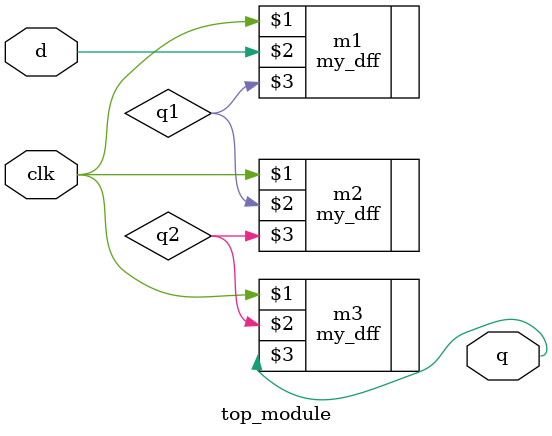
<source format=v>
module top_module ( input clk, input d, output q );
    wire q1,q2;	//net type variables for intermediate stage response
    // 3 instances of the module my_dff in cascading connection
    my_dff m1(clk,d,q1);
    my_dff m2(clk,q1,q2);
    my_dff m3(clk,q2,q);
endmodule


</source>
